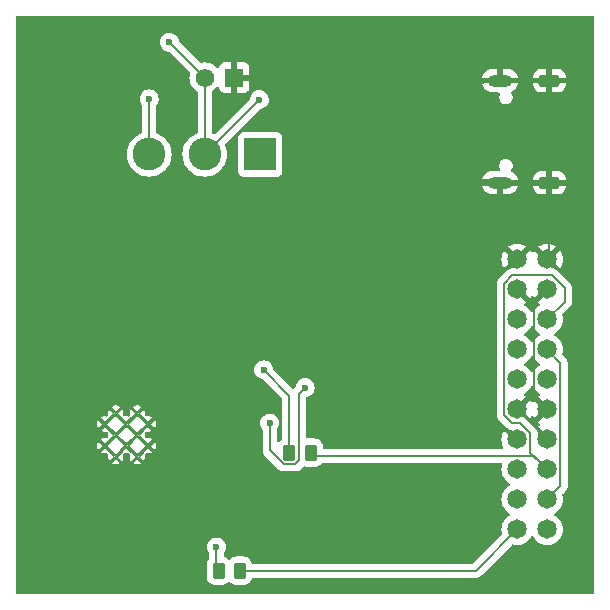
<source format=gbr>
%TF.GenerationSoftware,KiCad,Pcbnew,8.0.6-8.0.6-0~ubuntu24.04.1*%
%TF.CreationDate,2024-10-24T11:21:17+02:00*%
%TF.ProjectId,Projet1,50726f6a-6574-4312-9e6b-696361645f70,rev?*%
%TF.SameCoordinates,Original*%
%TF.FileFunction,Copper,L2,Bot*%
%TF.FilePolarity,Positive*%
%FSLAX46Y46*%
G04 Gerber Fmt 4.6, Leading zero omitted, Abs format (unit mm)*
G04 Created by KiCad (PCBNEW 8.0.6-8.0.6-0~ubuntu24.04.1) date 2024-10-24 11:21:17*
%MOMM*%
%LPD*%
G01*
G04 APERTURE LIST*
G04 Aperture macros list*
%AMRoundRect*
0 Rectangle with rounded corners*
0 $1 Rounding radius*
0 $2 $3 $4 $5 $6 $7 $8 $9 X,Y pos of 4 corners*
0 Add a 4 corners polygon primitive as box body*
4,1,4,$2,$3,$4,$5,$6,$7,$8,$9,$2,$3,0*
0 Add four circle primitives for the rounded corners*
1,1,$1+$1,$2,$3*
1,1,$1+$1,$4,$5*
1,1,$1+$1,$6,$7*
1,1,$1+$1,$8,$9*
0 Add four rect primitives between the rounded corners*
20,1,$1+$1,$2,$3,$4,$5,0*
20,1,$1+$1,$4,$5,$6,$7,0*
20,1,$1+$1,$6,$7,$8,$9,0*
20,1,$1+$1,$8,$9,$2,$3,0*%
G04 Aperture macros list end*
%TA.AperFunction,ComponentPad*%
%ADD10R,2.775000X2.775000*%
%TD*%
%TA.AperFunction,ComponentPad*%
%ADD11C,2.775000*%
%TD*%
%TA.AperFunction,ComponentPad*%
%ADD12C,0.300000*%
%TD*%
%TA.AperFunction,ComponentPad*%
%ADD13O,2.100000X1.000000*%
%TD*%
%TA.AperFunction,ComponentPad*%
%ADD14RoundRect,0.250000X0.650000X-0.250000X0.650000X0.250000X-0.650000X0.250000X-0.650000X-0.250000X0*%
%TD*%
%TA.AperFunction,ComponentPad*%
%ADD15C,1.650000*%
%TD*%
%TA.AperFunction,ComponentPad*%
%ADD16R,1.575000X1.575000*%
%TD*%
%TA.AperFunction,ComponentPad*%
%ADD17C,1.575000*%
%TD*%
%TA.AperFunction,SMDPad,CuDef*%
%ADD18RoundRect,0.250000X-0.262500X-0.450000X0.262500X-0.450000X0.262500X0.450000X-0.262500X0.450000X0*%
%TD*%
%TA.AperFunction,ViaPad*%
%ADD19C,0.600000*%
%TD*%
%TA.AperFunction,Conductor*%
%ADD20C,0.200000*%
%TD*%
G04 APERTURE END LIST*
D10*
%TO.P,S1,1*%
%TO.N,unconnected-(S1-Pad1)*%
X117200000Y-113750000D03*
D11*
%TO.P,S1,2*%
%TO.N,VCC*%
X112500000Y-113750000D03*
%TO.P,S1,3*%
%TO.N,Net-(D1-Pad1)*%
X107800000Y-113750000D03*
%TD*%
D12*
%TO.P,U3,39_10,GND*%
%TO.N,GNDPWR*%
X104045000Y-138417500D03*
%TO.P,U3,39_11,GND*%
X104045000Y-136582500D03*
%TO.P,U3,39_12,GND*%
X104962500Y-139335000D03*
%TO.P,U3,39_13,GND*%
X104962500Y-137500000D03*
%TO.P,U3,39_14,GND*%
X104962500Y-135665000D03*
%TO.P,U3,39_15,GND*%
X105880000Y-138417500D03*
%TO.P,U3,39_16,GND*%
X105880000Y-136582500D03*
%TO.P,U3,39_17,GND*%
X106797500Y-139335000D03*
%TO.P,U3,39_18,GND*%
X106797500Y-137500000D03*
%TO.P,U3,39_19,GND*%
X106797500Y-135665000D03*
%TO.P,U3,39_20,GND*%
X107715000Y-138417500D03*
%TO.P,U3,39_21,GND*%
X107715000Y-136582500D03*
%TD*%
D13*
%TO.P,J2,SH1,SHELL_GND*%
%TO.N,GNDPWR*%
X137500000Y-116140000D03*
%TO.P,J2,SH2,SHELL_GND*%
X137500000Y-107500000D03*
D14*
%TO.P,J2,SH3,SHELL_GND*%
X141680000Y-116140000D03*
%TO.P,J2,SH4,SHELL_GND*%
X141680000Y-107500000D03*
%TD*%
D15*
%TO.P,J1,1*%
%TO.N,+3.3V*%
X141500000Y-145500000D03*
%TO.P,J1,2*%
%TO.N,Net-(J1-Pad12)*%
X138960000Y-145500000D03*
%TO.P,J1,3*%
%TO.N,Net-(J1-Pad13)*%
X141500000Y-142960000D03*
%TO.P,J1,4*%
%TO.N,Net-(J1-Pad14)*%
X138960000Y-142960000D03*
%TO.P,J1,5*%
%TO.N,Net-(J1-Pad15)*%
X141500000Y-140420000D03*
%TO.P,J1,6*%
%TO.N,unconnected-(J1-Pad6)*%
X138960000Y-140420000D03*
%TO.P,J1,7*%
%TO.N,GNDPWR*%
X141500000Y-137880000D03*
%TO.P,J1,8*%
X138960000Y-137880000D03*
%TO.P,J1,9*%
X141500000Y-135340000D03*
%TO.P,J1,10*%
X138960000Y-135340000D03*
%TO.P,J1,11*%
%TO.N,+3.3V*%
X141500000Y-132800000D03*
%TO.P,J1,12*%
%TO.N,Net-(J1-Pad12)*%
X138960000Y-132800000D03*
%TO.P,J1,13*%
%TO.N,Net-(J1-Pad13)*%
X141500000Y-130260000D03*
%TO.P,J1,14*%
%TO.N,Net-(J1-Pad14)*%
X138960000Y-130260000D03*
%TO.P,J1,15*%
%TO.N,Net-(J1-Pad15)*%
X141500000Y-127720000D03*
%TO.P,J1,16*%
%TO.N,unconnected-(J1-Pad16)*%
X138960000Y-127720000D03*
%TO.P,J1,17*%
%TO.N,GNDPWR*%
X141500000Y-125180000D03*
%TO.P,J1,18*%
X138960000Y-125180000D03*
%TO.P,J1,19*%
X141500000Y-122640000D03*
%TO.P,J1,20*%
X138960000Y-122640000D03*
%TD*%
D16*
%TO.P,J3,1,1*%
%TO.N,GNDPWR*%
X115000000Y-107250000D03*
D17*
%TO.P,J3,2,2*%
%TO.N,VCC*%
X112500000Y-107250000D03*
%TD*%
D18*
%TO.P,R7,1*%
%TO.N,Net-(U3-IO15)*%
X119675000Y-139000000D03*
%TO.P,R7,2*%
%TO.N,Net-(J1-Pad15)*%
X121500000Y-139000000D03*
%TD*%
%TO.P,R4,1*%
%TO.N,Net-(U3-IO14)*%
X113675000Y-149000000D03*
%TO.P,R4,2*%
%TO.N,Net-(J1-Pad12)*%
X115500000Y-149000000D03*
%TD*%
D19*
%TO.N,Net-(U3-SDI{slash}SD1)*%
X118000000Y-136500000D03*
X121000000Y-133500000D03*
%TO.N,GNDPWR*%
X109000000Y-137500000D03*
X114000000Y-141500000D03*
X113975000Y-103225000D03*
X136000000Y-107500000D03*
X135500000Y-115950000D03*
%TO.N,VCC*%
X117125000Y-109125000D03*
X109500000Y-104250000D03*
%TO.N,Net-(D1-Pad1)*%
X107800000Y-109050000D03*
%TO.N,Net-(U3-IO14)*%
X113500000Y-147000000D03*
%TO.N,Net-(U3-IO15)*%
X117500000Y-132000000D03*
%TD*%
D20*
%TO.N,Net-(U3-SDI{slash}SD1)*%
X119177756Y-140000000D02*
X118000000Y-138822244D01*
X120172244Y-140000000D02*
X119177756Y-140000000D01*
X121000000Y-133500000D02*
X120500000Y-134000000D01*
X120500000Y-134000000D02*
X120500000Y-139672244D01*
X120500000Y-139672244D02*
X120172244Y-140000000D01*
X118000000Y-138822244D02*
X118000000Y-136500000D01*
%TO.N,Net-(J1-Pad15)*%
X140085000Y-139005000D02*
X140085000Y-137379009D01*
X143000000Y-125089009D02*
X143000000Y-126220000D01*
X121795000Y-139295000D02*
X140375000Y-139295000D01*
X143000000Y-126220000D02*
X141500000Y-127720000D01*
X137835000Y-124714009D02*
X138549009Y-124000000D01*
X121500000Y-139000000D02*
X121795000Y-139295000D01*
X137835000Y-135805991D02*
X137835000Y-124714009D01*
X138494009Y-136465000D02*
X137835000Y-135805991D01*
X141910991Y-124000000D02*
X143000000Y-125089009D01*
X138549009Y-124000000D02*
X141910991Y-124000000D01*
X140375000Y-139295000D02*
X141500000Y-140420000D01*
X139170991Y-136465000D02*
X138494009Y-136465000D01*
X140085000Y-137379009D02*
X139170991Y-136465000D01*
X141500000Y-140420000D02*
X140085000Y-139005000D01*
%TO.N,GNDPWR*%
X113000000Y-141500000D02*
X109000000Y-137500000D01*
X141680000Y-116140000D02*
X141680000Y-122460000D01*
X140375000Y-126305000D02*
X140375000Y-134215000D01*
X113975000Y-103225000D02*
X115000000Y-104250000D01*
X137714594Y-115950000D02*
X135500000Y-115950000D01*
X114000000Y-141500000D02*
X113000000Y-141500000D01*
X141680000Y-107500000D02*
X141680000Y-116140000D01*
X141500000Y-125180000D02*
X140375000Y-126305000D01*
X140375000Y-134215000D02*
X141500000Y-135340000D01*
X137500000Y-107500000D02*
X141680000Y-107500000D01*
X115000000Y-104250000D02*
X115000000Y-107250000D01*
X137500000Y-107500000D02*
X136000000Y-107500000D01*
X141680000Y-116140000D02*
X137500000Y-116140000D01*
%TO.N,Net-(J1-Pad12)*%
X135460000Y-149000000D02*
X115500000Y-149000000D01*
X138960000Y-145500000D02*
X135460000Y-149000000D01*
%TO.N,Net-(J1-Pad13)*%
X142625000Y-131385000D02*
X141500000Y-130260000D01*
X142625000Y-141835000D02*
X142625000Y-131385000D01*
X141500000Y-142960000D02*
X142625000Y-141835000D01*
%TO.N,VCC*%
X112500000Y-107250000D02*
X112500000Y-113750000D01*
X112500000Y-107250000D02*
X109500000Y-104250000D01*
X112500000Y-113750000D02*
X117125000Y-109125000D01*
X117125000Y-109125000D02*
X117250000Y-109000000D01*
%TO.N,Net-(D1-Pad1)*%
X107800000Y-109050000D02*
X107800000Y-113750000D01*
%TO.N,Net-(U3-IO14)*%
X113500000Y-147000000D02*
X113500000Y-149000000D01*
%TO.N,Net-(U3-IO15)*%
X119675000Y-139000000D02*
X119675000Y-134175000D01*
X119675000Y-134175000D02*
X117500000Y-132000000D01*
%TD*%
%TA.AperFunction,Conductor*%
%TO.N,GNDPWR*%
G36*
X140987482Y-135552292D02*
G01*
X141059890Y-135677708D01*
X141162292Y-135780110D01*
X141287708Y-135852518D01*
X141329763Y-135863787D01*
X140756576Y-136436975D01*
X140834967Y-136491865D01*
X140847302Y-136497617D01*
X140899742Y-136543789D01*
X140918894Y-136610983D01*
X140898679Y-136677864D01*
X140847304Y-136722381D01*
X140834970Y-136728132D01*
X140834969Y-136728133D01*
X140756576Y-136783022D01*
X141329766Y-137356212D01*
X141287708Y-137367482D01*
X141162292Y-137439890D01*
X141059890Y-137542292D01*
X140987482Y-137667708D01*
X140976212Y-137709765D01*
X140721820Y-137455373D01*
X140688335Y-137394050D01*
X140685501Y-137367692D01*
X140685501Y-137299954D01*
X140685501Y-137299952D01*
X140644577Y-137147224D01*
X140582257Y-137039283D01*
X140573766Y-137024576D01*
X140565522Y-137010296D01*
X140565521Y-137010295D01*
X140565520Y-137010293D01*
X140453716Y-136898489D01*
X140453715Y-136898488D01*
X140449385Y-136894158D01*
X140449374Y-136894148D01*
X139658581Y-136103355D01*
X139658579Y-136103352D01*
X139539708Y-135984481D01*
X139539707Y-135984480D01*
X139452895Y-135934360D01*
X139452895Y-135934359D01*
X139452891Y-135934358D01*
X139402776Y-135905423D01*
X139250048Y-135864499D01*
X139182308Y-135864499D01*
X139156194Y-135856831D01*
X139172292Y-135852518D01*
X139297708Y-135780110D01*
X139400110Y-135677708D01*
X139472518Y-135552292D01*
X139483787Y-135510234D01*
X140056975Y-136083422D01*
X140056976Y-136083422D01*
X140111865Y-136005034D01*
X140111865Y-136005033D01*
X140117616Y-135992701D01*
X140163787Y-135940260D01*
X140230980Y-135921106D01*
X140297862Y-135941320D01*
X140342383Y-135992698D01*
X140348134Y-136005032D01*
X140403023Y-136083422D01*
X140976212Y-135510233D01*
X140987482Y-135552292D01*
G37*
%TD.AperFunction*%
%TA.AperFunction,Conductor*%
G36*
X140297865Y-133402504D02*
G01*
X140342381Y-133453878D01*
X140347699Y-133465282D01*
X140480730Y-133655269D01*
X140644731Y-133819270D01*
X140834718Y-133952301D01*
X140846710Y-133957893D01*
X140899149Y-134004062D01*
X140918303Y-134071255D01*
X140898089Y-134138137D01*
X140846717Y-134182655D01*
X140834966Y-134188134D01*
X140756576Y-134243022D01*
X140756576Y-134243023D01*
X141329765Y-134816212D01*
X141287708Y-134827482D01*
X141162292Y-134899890D01*
X141059890Y-135002292D01*
X140987482Y-135127708D01*
X140976212Y-135169765D01*
X140403023Y-134596576D01*
X140403022Y-134596576D01*
X140348133Y-134674969D01*
X140348132Y-134674970D01*
X140342381Y-134687304D01*
X140296208Y-134739743D01*
X140229014Y-134758894D01*
X140162133Y-134738677D01*
X140117619Y-134687304D01*
X140111870Y-134674976D01*
X140111866Y-134674969D01*
X140056975Y-134596577D01*
X140056975Y-134596576D01*
X139483787Y-135169764D01*
X139472518Y-135127708D01*
X139400110Y-135002292D01*
X139297708Y-134899890D01*
X139172292Y-134827482D01*
X139130234Y-134816212D01*
X139703422Y-134243023D01*
X139625029Y-134188132D01*
X139613286Y-134182656D01*
X139560848Y-134136482D01*
X139541697Y-134069289D01*
X139561914Y-134002408D01*
X139613289Y-133957893D01*
X139625282Y-133952301D01*
X139815269Y-133819270D01*
X139979270Y-133655269D01*
X140112301Y-133465282D01*
X140117618Y-133453878D01*
X140163790Y-133401440D01*
X140230984Y-133382288D01*
X140297865Y-133402504D01*
G37*
%TD.AperFunction*%
%TA.AperFunction,Conductor*%
G36*
X140297865Y-130862504D02*
G01*
X140342381Y-130913878D01*
X140347699Y-130925282D01*
X140480730Y-131115269D01*
X140644731Y-131279270D01*
X140834718Y-131412301D01*
X140846121Y-131417618D01*
X140898560Y-131463790D01*
X140917712Y-131530984D01*
X140897496Y-131597865D01*
X140846123Y-131642381D01*
X140834720Y-131647698D01*
X140834714Y-131647701D01*
X140644735Y-131780726D01*
X140644729Y-131780731D01*
X140480731Y-131944729D01*
X140480726Y-131944735D01*
X140347701Y-132134714D01*
X140347698Y-132134720D01*
X140342381Y-132146123D01*
X140296207Y-132198562D01*
X140229013Y-132217712D01*
X140162133Y-132197495D01*
X140117619Y-132146123D01*
X140112301Y-132134720D01*
X140112298Y-132134714D01*
X139979273Y-131944735D01*
X139979268Y-131944729D01*
X139815269Y-131780730D01*
X139815263Y-131780726D01*
X139625282Y-131647699D01*
X139613878Y-131642381D01*
X139561440Y-131596210D01*
X139542288Y-131529016D01*
X139562504Y-131462135D01*
X139613878Y-131417618D01*
X139625282Y-131412301D01*
X139815269Y-131279270D01*
X139979270Y-131115269D01*
X140112301Y-130925282D01*
X140117618Y-130913878D01*
X140163790Y-130861440D01*
X140230984Y-130842288D01*
X140297865Y-130862504D01*
G37*
%TD.AperFunction*%
%TA.AperFunction,Conductor*%
G36*
X140297865Y-128322504D02*
G01*
X140342381Y-128373878D01*
X140347699Y-128385282D01*
X140480730Y-128575269D01*
X140644731Y-128739270D01*
X140834718Y-128872301D01*
X140846121Y-128877618D01*
X140898560Y-128923790D01*
X140917712Y-128990984D01*
X140897496Y-129057865D01*
X140846123Y-129102381D01*
X140834720Y-129107698D01*
X140834714Y-129107701D01*
X140644735Y-129240726D01*
X140644729Y-129240731D01*
X140480731Y-129404729D01*
X140480726Y-129404735D01*
X140347701Y-129594714D01*
X140347698Y-129594720D01*
X140342381Y-129606123D01*
X140296207Y-129658562D01*
X140229013Y-129677712D01*
X140162133Y-129657495D01*
X140117619Y-129606123D01*
X140112301Y-129594720D01*
X140112298Y-129594714D01*
X139979273Y-129404735D01*
X139979268Y-129404729D01*
X139815269Y-129240730D01*
X139815263Y-129240726D01*
X139625282Y-129107699D01*
X139613878Y-129102381D01*
X139561440Y-129056210D01*
X139542288Y-128989016D01*
X139562504Y-128922135D01*
X139613878Y-128877618D01*
X139625282Y-128872301D01*
X139815269Y-128739270D01*
X139979270Y-128575269D01*
X140112301Y-128385282D01*
X140117618Y-128373878D01*
X140163790Y-128321440D01*
X140230984Y-128302288D01*
X140297865Y-128322504D01*
G37*
%TD.AperFunction*%
%TA.AperFunction,Conductor*%
G36*
X140987482Y-125392292D02*
G01*
X141059890Y-125517708D01*
X141162292Y-125620110D01*
X141287708Y-125692518D01*
X141329763Y-125703787D01*
X140756576Y-126276975D01*
X140834966Y-126331864D01*
X140846709Y-126337340D01*
X140899149Y-126383511D01*
X140918303Y-126450704D01*
X140898089Y-126517586D01*
X140846716Y-126562104D01*
X140834722Y-126567697D01*
X140834714Y-126567701D01*
X140644735Y-126700726D01*
X140644729Y-126700731D01*
X140480731Y-126864729D01*
X140480726Y-126864735D01*
X140347701Y-127054714D01*
X140347698Y-127054720D01*
X140342381Y-127066123D01*
X140296207Y-127118562D01*
X140229013Y-127137712D01*
X140162133Y-127117495D01*
X140117619Y-127066123D01*
X140112301Y-127054720D01*
X140112298Y-127054714D01*
X139979273Y-126864735D01*
X139979268Y-126864729D01*
X139815269Y-126700730D01*
X139814969Y-126700520D01*
X139625282Y-126567699D01*
X139613286Y-126562105D01*
X139560848Y-126515932D01*
X139541697Y-126448738D01*
X139561914Y-126381857D01*
X139613294Y-126337339D01*
X139625034Y-126331864D01*
X139703422Y-126276976D01*
X139130233Y-125703787D01*
X139172292Y-125692518D01*
X139297708Y-125620110D01*
X139400110Y-125517708D01*
X139472518Y-125392292D01*
X139483787Y-125350233D01*
X140056976Y-125923422D01*
X140111865Y-125845034D01*
X140111865Y-125845033D01*
X140117616Y-125832701D01*
X140163787Y-125780260D01*
X140230980Y-125761106D01*
X140297862Y-125781320D01*
X140342383Y-125832698D01*
X140348134Y-125845032D01*
X140403023Y-125923422D01*
X140976212Y-125350232D01*
X140987482Y-125392292D01*
G37*
%TD.AperFunction*%
%TA.AperFunction,Conductor*%
G36*
X145442539Y-102020185D02*
G01*
X145488294Y-102072989D01*
X145499500Y-102124500D01*
X145499500Y-150875500D01*
X145479815Y-150942539D01*
X145427011Y-150988294D01*
X145375500Y-150999500D01*
X96624500Y-150999500D01*
X96557461Y-150979815D01*
X96511706Y-150927011D01*
X96500500Y-150875500D01*
X96500500Y-148499983D01*
X112662000Y-148499983D01*
X112662000Y-149500001D01*
X112662001Y-149500019D01*
X112672500Y-149602796D01*
X112672501Y-149602799D01*
X112727685Y-149769331D01*
X112727686Y-149769334D01*
X112819788Y-149918656D01*
X112943844Y-150042712D01*
X113093166Y-150134814D01*
X113259703Y-150189999D01*
X113362491Y-150200500D01*
X113987508Y-150200499D01*
X113987516Y-150200498D01*
X113987519Y-150200498D01*
X114043802Y-150194748D01*
X114090297Y-150189999D01*
X114256834Y-150134814D01*
X114406156Y-150042712D01*
X114499819Y-149949049D01*
X114561142Y-149915564D01*
X114630834Y-149920548D01*
X114675181Y-149949049D01*
X114768844Y-150042712D01*
X114918166Y-150134814D01*
X115084703Y-150189999D01*
X115187491Y-150200500D01*
X115812508Y-150200499D01*
X115812516Y-150200498D01*
X115812519Y-150200498D01*
X115868802Y-150194748D01*
X115915297Y-150189999D01*
X116081834Y-150134814D01*
X116231156Y-150042712D01*
X116355212Y-149918656D01*
X116447314Y-149769334D01*
X116475095Y-149685495D01*
X116514868Y-149628051D01*
X116579384Y-149601228D01*
X116592801Y-149600500D01*
X135373331Y-149600500D01*
X135373347Y-149600501D01*
X135380943Y-149600501D01*
X135539054Y-149600501D01*
X135539057Y-149600501D01*
X135691785Y-149559577D01*
X135741904Y-149530639D01*
X135828716Y-149480520D01*
X135940520Y-149368716D01*
X135940520Y-149368714D01*
X135950728Y-149358507D01*
X135950730Y-149358504D01*
X138496882Y-146812351D01*
X138558203Y-146778868D01*
X138616654Y-146780258D01*
X138728950Y-146810349D01*
X138893985Y-146824787D01*
X138959998Y-146830563D01*
X138960000Y-146830563D01*
X138960002Y-146830563D01*
X139017762Y-146825509D01*
X139191050Y-146810349D01*
X139415079Y-146750320D01*
X139625282Y-146652301D01*
X139815269Y-146519270D01*
X139979270Y-146355269D01*
X140112301Y-146165282D01*
X140117618Y-146153878D01*
X140163790Y-146101440D01*
X140230984Y-146082288D01*
X140297865Y-146102504D01*
X140342381Y-146153878D01*
X140347699Y-146165282D01*
X140480730Y-146355269D01*
X140644731Y-146519270D01*
X140834718Y-146652301D01*
X141044921Y-146750320D01*
X141268950Y-146810349D01*
X141433985Y-146824787D01*
X141499998Y-146830563D01*
X141500000Y-146830563D01*
X141500002Y-146830563D01*
X141557762Y-146825509D01*
X141731050Y-146810349D01*
X141955079Y-146750320D01*
X142165282Y-146652301D01*
X142355269Y-146519270D01*
X142519270Y-146355269D01*
X142652301Y-146165282D01*
X142750320Y-145955079D01*
X142810349Y-145731050D01*
X142830563Y-145500000D01*
X142810349Y-145268950D01*
X142750320Y-145044921D01*
X142652301Y-144834719D01*
X142652299Y-144834716D01*
X142652298Y-144834714D01*
X142519273Y-144644735D01*
X142519268Y-144644729D01*
X142355269Y-144480730D01*
X142355263Y-144480726D01*
X142165282Y-144347699D01*
X142153878Y-144342381D01*
X142101440Y-144296210D01*
X142082288Y-144229016D01*
X142102504Y-144162135D01*
X142153878Y-144117618D01*
X142165282Y-144112301D01*
X142355269Y-143979270D01*
X142519270Y-143815269D01*
X142652301Y-143625282D01*
X142750320Y-143415079D01*
X142810349Y-143191050D01*
X142830563Y-142960000D01*
X142810349Y-142728950D01*
X142780259Y-142616654D01*
X142781922Y-142546805D01*
X142812351Y-142496882D01*
X142993713Y-142315521D01*
X142993716Y-142315520D01*
X143105520Y-142203716D01*
X143155639Y-142116904D01*
X143184577Y-142066785D01*
X143225500Y-141914058D01*
X143225500Y-141755943D01*
X143225500Y-131305943D01*
X143216998Y-131274211D01*
X143184577Y-131153215D01*
X143139983Y-131075977D01*
X143105520Y-131016284D01*
X142993716Y-130904480D01*
X142993715Y-130904479D01*
X142989385Y-130900149D01*
X142989374Y-130900139D01*
X142812353Y-130723118D01*
X142778868Y-130661795D01*
X142780258Y-130603345D01*
X142810349Y-130491050D01*
X142830563Y-130260000D01*
X142810349Y-130028950D01*
X142750320Y-129804921D01*
X142652301Y-129594719D01*
X142652299Y-129594716D01*
X142652298Y-129594714D01*
X142519273Y-129404735D01*
X142519268Y-129404729D01*
X142355269Y-129240730D01*
X142355263Y-129240726D01*
X142165282Y-129107699D01*
X142153878Y-129102381D01*
X142101440Y-129056210D01*
X142082288Y-128989016D01*
X142102504Y-128922135D01*
X142153878Y-128877618D01*
X142165282Y-128872301D01*
X142355269Y-128739270D01*
X142519270Y-128575269D01*
X142652301Y-128385282D01*
X142750320Y-128175079D01*
X142810349Y-127951050D01*
X142830563Y-127720000D01*
X142810349Y-127488950D01*
X142780259Y-127376654D01*
X142781922Y-127306805D01*
X142812351Y-127256882D01*
X143358506Y-126710728D01*
X143358511Y-126710724D01*
X143368714Y-126700520D01*
X143368716Y-126700520D01*
X143480520Y-126588716D01*
X143559577Y-126451784D01*
X143600500Y-126299057D01*
X143600500Y-125009952D01*
X143559577Y-124857225D01*
X143559577Y-124857224D01*
X143522535Y-124793066D01*
X143480520Y-124720293D01*
X143368716Y-124608489D01*
X143368715Y-124608488D01*
X143364385Y-124604158D01*
X143364374Y-124604148D01*
X142398581Y-123638355D01*
X142398579Y-123638352D01*
X142279708Y-123519481D01*
X142279707Y-123519480D01*
X142192895Y-123469360D01*
X142192895Y-123469359D01*
X142192891Y-123469358D01*
X142142776Y-123440423D01*
X141990048Y-123399499D01*
X141957307Y-123399499D01*
X141890268Y-123379814D01*
X141869626Y-123363180D01*
X141670234Y-123163787D01*
X141712292Y-123152518D01*
X141837708Y-123080110D01*
X141940110Y-122977708D01*
X142012518Y-122852292D01*
X142023787Y-122810234D01*
X142596975Y-123383422D01*
X142596976Y-123383422D01*
X142651865Y-123305034D01*
X142651867Y-123305030D01*
X142749847Y-123094909D01*
X142749851Y-123094900D01*
X142809852Y-122870968D01*
X142809854Y-122870958D01*
X142830061Y-122640000D01*
X142830061Y-122639999D01*
X142809854Y-122409041D01*
X142809852Y-122409031D01*
X142749851Y-122185099D01*
X142749847Y-122185090D01*
X142651867Y-121974971D01*
X142651866Y-121974969D01*
X142596975Y-121896577D01*
X142596975Y-121896576D01*
X142023787Y-122469764D01*
X142012518Y-122427708D01*
X141940110Y-122302292D01*
X141837708Y-122199890D01*
X141712292Y-122127482D01*
X141670234Y-122116212D01*
X142243422Y-121543023D01*
X142165030Y-121488133D01*
X141954909Y-121390152D01*
X141954900Y-121390148D01*
X141730968Y-121330147D01*
X141730958Y-121330145D01*
X141500001Y-121309939D01*
X141499999Y-121309939D01*
X141269041Y-121330145D01*
X141269031Y-121330147D01*
X141045099Y-121390148D01*
X141045090Y-121390152D01*
X140834967Y-121488134D01*
X140756576Y-121543022D01*
X141329766Y-122116212D01*
X141287708Y-122127482D01*
X141162292Y-122199890D01*
X141059890Y-122302292D01*
X140987482Y-122427708D01*
X140976212Y-122469765D01*
X140403022Y-121896576D01*
X140348133Y-121974969D01*
X140348132Y-121974970D01*
X140342381Y-121987304D01*
X140296208Y-122039743D01*
X140229014Y-122058894D01*
X140162133Y-122038677D01*
X140117619Y-121987304D01*
X140111870Y-121974976D01*
X140111866Y-121974969D01*
X140056975Y-121896577D01*
X140056975Y-121896576D01*
X139483787Y-122469764D01*
X139472518Y-122427708D01*
X139400110Y-122302292D01*
X139297708Y-122199890D01*
X139172292Y-122127482D01*
X139130234Y-122116212D01*
X139703422Y-121543023D01*
X139625030Y-121488133D01*
X139414909Y-121390152D01*
X139414900Y-121390148D01*
X139190968Y-121330147D01*
X139190958Y-121330145D01*
X138960001Y-121309939D01*
X138959999Y-121309939D01*
X138729041Y-121330145D01*
X138729031Y-121330147D01*
X138505099Y-121390148D01*
X138505090Y-121390152D01*
X138294967Y-121488134D01*
X138216576Y-121543022D01*
X138789766Y-122116212D01*
X138747708Y-122127482D01*
X138622292Y-122199890D01*
X138519890Y-122302292D01*
X138447482Y-122427708D01*
X138436212Y-122469765D01*
X137863023Y-121896576D01*
X137863022Y-121896576D01*
X137808134Y-121974967D01*
X137710152Y-122185090D01*
X137710148Y-122185099D01*
X137650147Y-122409031D01*
X137650145Y-122409041D01*
X137629939Y-122639999D01*
X137629939Y-122640000D01*
X137650145Y-122870958D01*
X137650147Y-122870968D01*
X137710148Y-123094900D01*
X137710152Y-123094909D01*
X137808133Y-123305030D01*
X137863023Y-123383422D01*
X138436212Y-122810233D01*
X138447482Y-122852292D01*
X138519890Y-122977708D01*
X138622292Y-123080110D01*
X138747708Y-123152518D01*
X138789765Y-123163787D01*
X138590373Y-123363181D01*
X138529050Y-123396666D01*
X138502692Y-123399500D01*
X138469951Y-123399500D01*
X138317224Y-123440423D01*
X138317223Y-123440423D01*
X138317221Y-123440424D01*
X138317218Y-123440425D01*
X138267105Y-123469359D01*
X138267104Y-123469360D01*
X138223698Y-123494420D01*
X138180294Y-123519479D01*
X138180291Y-123519481D01*
X137354481Y-124345291D01*
X137354479Y-124345294D01*
X137304361Y-124432103D01*
X137304359Y-124432105D01*
X137275425Y-124482218D01*
X137275424Y-124482219D01*
X137275423Y-124482224D01*
X137234499Y-124634952D01*
X137234499Y-124634954D01*
X137234499Y-124803055D01*
X137234500Y-124803068D01*
X137234500Y-135719321D01*
X137234499Y-135719339D01*
X137234499Y-135885045D01*
X137234498Y-135885045D01*
X137244161Y-135921106D01*
X137275423Y-136037776D01*
X137301777Y-136083422D01*
X137304358Y-136087891D01*
X137304359Y-136087895D01*
X137304360Y-136087895D01*
X137340490Y-136150476D01*
X137354479Y-136174705D01*
X137354481Y-136174708D01*
X137473349Y-136293576D01*
X137473355Y-136293581D01*
X138009148Y-136829374D01*
X138009158Y-136829385D01*
X138013488Y-136833715D01*
X138013489Y-136833716D01*
X138125293Y-136945520D01*
X138125295Y-136945521D01*
X138125299Y-136945524D01*
X138237489Y-137010296D01*
X138262225Y-137024577D01*
X138374028Y-137054534D01*
X138414951Y-137065500D01*
X138414952Y-137065500D01*
X138447692Y-137065500D01*
X138514731Y-137085185D01*
X138535373Y-137101819D01*
X138789766Y-137356212D01*
X138747708Y-137367482D01*
X138622292Y-137439890D01*
X138519890Y-137542292D01*
X138447482Y-137667708D01*
X138436212Y-137709766D01*
X137863022Y-137136576D01*
X137808134Y-137214967D01*
X137710152Y-137425090D01*
X137710148Y-137425099D01*
X137650147Y-137649031D01*
X137650145Y-137649041D01*
X137629939Y-137879999D01*
X137629939Y-137880000D01*
X137650145Y-138110958D01*
X137650147Y-138110968D01*
X137710148Y-138334900D01*
X137710152Y-138334909D01*
X137795573Y-138518095D01*
X137806065Y-138587173D01*
X137777545Y-138650957D01*
X137719069Y-138689196D01*
X137683191Y-138694500D01*
X122636999Y-138694500D01*
X122569960Y-138674815D01*
X122524205Y-138622011D01*
X122512999Y-138570500D01*
X122512999Y-138499998D01*
X122512998Y-138499981D01*
X122502499Y-138397203D01*
X122502498Y-138397200D01*
X122481854Y-138334900D01*
X122447314Y-138230666D01*
X122355212Y-138081344D01*
X122231156Y-137957288D01*
X122110448Y-137882835D01*
X122081836Y-137865187D01*
X122081831Y-137865185D01*
X122075439Y-137863067D01*
X121915297Y-137810001D01*
X121915295Y-137810000D01*
X121812516Y-137799500D01*
X121224500Y-137799500D01*
X121157461Y-137779815D01*
X121111706Y-137727011D01*
X121100500Y-137675500D01*
X121100500Y-134400908D01*
X121120185Y-134333869D01*
X121172989Y-134288114D01*
X121183536Y-134283869D01*
X121349522Y-134225789D01*
X121502262Y-134129816D01*
X121629816Y-134002262D01*
X121725789Y-133849522D01*
X121785368Y-133679255D01*
X121795246Y-133591584D01*
X121805565Y-133500003D01*
X121805565Y-133499996D01*
X121785369Y-133320750D01*
X121785368Y-133320745D01*
X121725788Y-133150476D01*
X121629815Y-132997737D01*
X121502262Y-132870184D01*
X121349523Y-132774211D01*
X121179254Y-132714631D01*
X121179249Y-132714630D01*
X121000004Y-132694435D01*
X120999996Y-132694435D01*
X120820750Y-132714630D01*
X120820745Y-132714631D01*
X120650476Y-132774211D01*
X120497737Y-132870184D01*
X120370184Y-132997737D01*
X120274210Y-133150478D01*
X120214630Y-133320750D01*
X120204837Y-133407666D01*
X120177770Y-133472080D01*
X120169299Y-133481462D01*
X120124218Y-133526544D01*
X120124211Y-133526551D01*
X120087681Y-133563082D01*
X120026359Y-133596568D01*
X119956667Y-133591584D01*
X119912318Y-133563083D01*
X118330700Y-131981465D01*
X118297215Y-131920142D01*
X118295163Y-131907686D01*
X118285368Y-131820745D01*
X118225789Y-131650478D01*
X118129816Y-131497738D01*
X118002262Y-131370184D01*
X117849523Y-131274211D01*
X117679254Y-131214631D01*
X117679249Y-131214630D01*
X117500004Y-131194435D01*
X117499996Y-131194435D01*
X117320750Y-131214630D01*
X117320745Y-131214631D01*
X117150476Y-131274211D01*
X116997737Y-131370184D01*
X116870184Y-131497737D01*
X116774211Y-131650476D01*
X116714631Y-131820745D01*
X116714630Y-131820750D01*
X116694435Y-131999996D01*
X116694435Y-132000003D01*
X116714630Y-132179249D01*
X116714631Y-132179254D01*
X116774211Y-132349523D01*
X116817469Y-132418367D01*
X116870184Y-132502262D01*
X116997738Y-132629816D01*
X117150478Y-132725789D01*
X117320745Y-132785368D01*
X117407669Y-132795161D01*
X117472080Y-132822226D01*
X117481465Y-132830700D01*
X119038181Y-134387416D01*
X119071666Y-134448739D01*
X119074500Y-134475097D01*
X119074500Y-137807491D01*
X119054815Y-137874530D01*
X119015598Y-137913029D01*
X118943844Y-137957287D01*
X118943843Y-137957288D01*
X118814681Y-138086451D01*
X118813165Y-138084935D01*
X118764733Y-138119223D01*
X118694933Y-138122354D01*
X118634521Y-138087253D01*
X118602676Y-138025062D01*
X118600500Y-138001931D01*
X118600500Y-137082412D01*
X118620185Y-137015373D01*
X118627555Y-137005097D01*
X118629810Y-137002267D01*
X118629816Y-137002262D01*
X118725789Y-136849522D01*
X118785368Y-136679255D01*
X118786718Y-136667276D01*
X118805565Y-136500003D01*
X118805565Y-136499996D01*
X118785369Y-136320750D01*
X118785368Y-136320745D01*
X118765433Y-136263773D01*
X118725789Y-136150478D01*
X118629816Y-135997738D01*
X118502262Y-135870184D01*
X118448338Y-135836301D01*
X118349523Y-135774211D01*
X118179254Y-135714631D01*
X118179249Y-135714630D01*
X118000004Y-135694435D01*
X117999996Y-135694435D01*
X117820750Y-135714630D01*
X117820745Y-135714631D01*
X117650476Y-135774211D01*
X117497737Y-135870184D01*
X117370184Y-135997737D01*
X117274211Y-136150476D01*
X117214631Y-136320745D01*
X117214630Y-136320750D01*
X117194435Y-136499996D01*
X117194435Y-136500003D01*
X117214630Y-136679249D01*
X117214631Y-136679254D01*
X117274211Y-136849523D01*
X117370185Y-137002263D01*
X117372445Y-137005097D01*
X117373334Y-137007275D01*
X117373889Y-137008158D01*
X117373734Y-137008255D01*
X117398855Y-137069783D01*
X117399500Y-137082412D01*
X117399500Y-138735574D01*
X117399499Y-138735592D01*
X117399499Y-138901298D01*
X117399498Y-138901298D01*
X117399499Y-138901301D01*
X117433910Y-139029724D01*
X117440424Y-139054031D01*
X117454872Y-139079055D01*
X117454873Y-139079057D01*
X117519477Y-139190956D01*
X117519481Y-139190961D01*
X117638349Y-139309829D01*
X117638354Y-139309833D01*
X118809040Y-140480520D01*
X118809042Y-140480521D01*
X118809046Y-140480524D01*
X118945965Y-140559573D01*
X118945972Y-140559577D01*
X119098699Y-140600501D01*
X119098701Y-140600501D01*
X119264410Y-140600501D01*
X119264426Y-140600500D01*
X120085575Y-140600500D01*
X120085591Y-140600501D01*
X120093187Y-140600501D01*
X120251298Y-140600501D01*
X120251301Y-140600501D01*
X120404029Y-140559577D01*
X120466576Y-140523465D01*
X120540960Y-140480520D01*
X120652764Y-140368716D01*
X120652764Y-140368714D01*
X120662968Y-140358511D01*
X120662972Y-140358506D01*
X120840423Y-140181054D01*
X120901744Y-140147571D01*
X120967105Y-140151030D01*
X121084703Y-140189999D01*
X121187491Y-140200500D01*
X121812508Y-140200499D01*
X121812516Y-140200498D01*
X121812519Y-140200498D01*
X121868802Y-140194748D01*
X121915297Y-140189999D01*
X122081834Y-140134814D01*
X122231156Y-140042712D01*
X122342050Y-139931818D01*
X122403373Y-139898334D01*
X122429731Y-139895500D01*
X137566681Y-139895500D01*
X137633720Y-139915185D01*
X137679475Y-139967989D01*
X137689419Y-140037147D01*
X137686456Y-140051594D01*
X137649651Y-140188948D01*
X137649650Y-140188955D01*
X137629437Y-140419998D01*
X137629437Y-140420001D01*
X137649650Y-140651044D01*
X137649651Y-140651051D01*
X137709678Y-140875074D01*
X137709679Y-140875076D01*
X137709680Y-140875079D01*
X137807699Y-141085282D01*
X137940730Y-141275269D01*
X138104731Y-141439270D01*
X138294718Y-141572301D01*
X138306121Y-141577618D01*
X138358560Y-141623790D01*
X138377712Y-141690984D01*
X138357496Y-141757865D01*
X138306123Y-141802381D01*
X138294720Y-141807698D01*
X138294714Y-141807701D01*
X138104735Y-141940726D01*
X138104729Y-141940731D01*
X137940731Y-142104729D01*
X137940726Y-142104735D01*
X137807701Y-142294714D01*
X137807699Y-142294718D01*
X137709681Y-142504917D01*
X137649651Y-142728948D01*
X137649650Y-142728955D01*
X137629437Y-142959998D01*
X137629437Y-142960001D01*
X137649650Y-143191044D01*
X137649651Y-143191051D01*
X137709678Y-143415074D01*
X137709679Y-143415076D01*
X137709680Y-143415079D01*
X137807699Y-143625282D01*
X137940730Y-143815269D01*
X138104731Y-143979270D01*
X138294718Y-144112301D01*
X138306121Y-144117618D01*
X138358560Y-144163790D01*
X138377712Y-144230984D01*
X138357496Y-144297865D01*
X138306123Y-144342381D01*
X138294720Y-144347698D01*
X138294714Y-144347701D01*
X138104735Y-144480726D01*
X138104729Y-144480731D01*
X137940731Y-144644729D01*
X137940726Y-144644735D01*
X137807701Y-144834714D01*
X137807699Y-144834718D01*
X137709681Y-145044917D01*
X137649651Y-145268948D01*
X137649650Y-145268955D01*
X137629437Y-145499998D01*
X137629437Y-145500001D01*
X137649650Y-145731044D01*
X137649653Y-145731058D01*
X137679739Y-145843345D01*
X137678076Y-145913194D01*
X137647645Y-145963118D01*
X135247584Y-148363181D01*
X135186261Y-148396666D01*
X135159903Y-148399500D01*
X116592801Y-148399500D01*
X116525762Y-148379815D01*
X116480007Y-148327011D01*
X116475095Y-148314504D01*
X116447314Y-148230666D01*
X116355212Y-148081344D01*
X116231156Y-147957288D01*
X116081834Y-147865186D01*
X115915297Y-147810001D01*
X115915295Y-147810000D01*
X115812510Y-147799500D01*
X115187498Y-147799500D01*
X115187480Y-147799501D01*
X115084703Y-147810000D01*
X115084700Y-147810001D01*
X114918168Y-147865185D01*
X114918163Y-147865187D01*
X114768842Y-147957289D01*
X114675181Y-148050951D01*
X114613858Y-148084436D01*
X114544166Y-148079452D01*
X114499819Y-148050951D01*
X114406157Y-147957289D01*
X114406156Y-147957288D01*
X114256834Y-147865186D01*
X114256832Y-147865185D01*
X114256830Y-147865184D01*
X114256829Y-147865183D01*
X114185495Y-147841545D01*
X114128050Y-147801772D01*
X114101228Y-147737256D01*
X114100500Y-147723840D01*
X114100500Y-147582412D01*
X114120185Y-147515373D01*
X114127555Y-147505097D01*
X114129810Y-147502267D01*
X114129816Y-147502262D01*
X114225789Y-147349522D01*
X114285368Y-147179255D01*
X114305565Y-147000000D01*
X114286474Y-146830563D01*
X114285369Y-146820750D01*
X114285368Y-146820745D01*
X114225789Y-146650478D01*
X114129816Y-146497738D01*
X114002262Y-146370184D01*
X113978525Y-146355269D01*
X113849523Y-146274211D01*
X113679254Y-146214631D01*
X113679249Y-146214630D01*
X113500004Y-146194435D01*
X113499996Y-146194435D01*
X113320750Y-146214630D01*
X113320745Y-146214631D01*
X113150476Y-146274211D01*
X112997737Y-146370184D01*
X112870184Y-146497737D01*
X112774211Y-146650476D01*
X112714631Y-146820745D01*
X112714630Y-146820750D01*
X112694435Y-146999996D01*
X112694435Y-147000003D01*
X112714630Y-147179249D01*
X112714631Y-147179254D01*
X112774211Y-147349523D01*
X112870185Y-147502263D01*
X112872445Y-147505097D01*
X112873334Y-147507275D01*
X112873889Y-147508158D01*
X112873734Y-147508255D01*
X112898855Y-147569783D01*
X112899500Y-147582412D01*
X112899500Y-147950270D01*
X112879815Y-148017309D01*
X112863181Y-148037951D01*
X112819789Y-148081342D01*
X112727687Y-148230663D01*
X112727686Y-148230666D01*
X112672501Y-148397203D01*
X112672501Y-148397204D01*
X112672500Y-148397204D01*
X112662000Y-148499983D01*
X96500500Y-148499983D01*
X96500500Y-139889430D01*
X104620199Y-139889430D01*
X104620199Y-139889431D01*
X104730312Y-139947223D01*
X104883575Y-139985000D01*
X105041425Y-139985000D01*
X105194685Y-139947224D01*
X105304799Y-139889430D01*
X106455199Y-139889430D01*
X106455199Y-139889431D01*
X106565312Y-139947223D01*
X106718575Y-139985000D01*
X106876425Y-139985000D01*
X107029685Y-139947224D01*
X107139799Y-139889430D01*
X106797501Y-139547132D01*
X106797500Y-139547132D01*
X106455199Y-139889430D01*
X105304799Y-139889430D01*
X104962501Y-139547132D01*
X104962500Y-139547132D01*
X104620199Y-139889430D01*
X96500500Y-139889430D01*
X96500500Y-138971930D01*
X103702699Y-138971930D01*
X103702699Y-138971931D01*
X103812812Y-139029723D01*
X103966075Y-139067500D01*
X104123926Y-139067500D01*
X104123928Y-139067499D01*
X104172453Y-139055539D01*
X104242255Y-139058607D01*
X104299318Y-139098926D01*
X104325523Y-139163695D01*
X104325225Y-139190881D01*
X104307726Y-139334999D01*
X104326753Y-139491699D01*
X104382722Y-139639283D01*
X104382725Y-139639288D01*
X104408596Y-139676770D01*
X104408597Y-139676770D01*
X104750368Y-139335000D01*
X104730477Y-139315109D01*
X104862500Y-139315109D01*
X104862500Y-139354891D01*
X104877724Y-139391645D01*
X104905855Y-139419776D01*
X104942609Y-139435000D01*
X104982391Y-139435000D01*
X105019145Y-139419776D01*
X105047276Y-139391645D01*
X105062500Y-139354891D01*
X105062500Y-139334999D01*
X105174632Y-139334999D01*
X105174632Y-139335000D01*
X105516401Y-139676770D01*
X105542273Y-139639290D01*
X105598247Y-139491697D01*
X105617273Y-139335000D01*
X105599774Y-139190882D01*
X105611234Y-139121959D01*
X105658138Y-139070172D01*
X105725593Y-139051965D01*
X105752546Y-139055538D01*
X105801077Y-139067500D01*
X105958926Y-139067500D01*
X105958928Y-139067499D01*
X106007453Y-139055539D01*
X106077255Y-139058607D01*
X106134318Y-139098926D01*
X106160523Y-139163695D01*
X106160225Y-139190881D01*
X106142726Y-139334999D01*
X106161753Y-139491699D01*
X106217722Y-139639283D01*
X106217725Y-139639288D01*
X106243596Y-139676770D01*
X106243597Y-139676770D01*
X106585368Y-139335000D01*
X106565477Y-139315109D01*
X106697500Y-139315109D01*
X106697500Y-139354891D01*
X106712724Y-139391645D01*
X106740855Y-139419776D01*
X106777609Y-139435000D01*
X106817391Y-139435000D01*
X106854145Y-139419776D01*
X106882276Y-139391645D01*
X106897500Y-139354891D01*
X106897500Y-139334999D01*
X107009632Y-139334999D01*
X107009632Y-139335000D01*
X107351401Y-139676770D01*
X107377273Y-139639290D01*
X107433247Y-139491697D01*
X107452273Y-139335000D01*
X107434774Y-139190882D01*
X107446234Y-139121959D01*
X107493138Y-139070172D01*
X107560593Y-139051965D01*
X107587546Y-139055538D01*
X107636077Y-139067500D01*
X107793925Y-139067500D01*
X107947185Y-139029724D01*
X108057299Y-138971930D01*
X107715001Y-138629632D01*
X107715000Y-138629632D01*
X107392466Y-138952164D01*
X107392463Y-138952165D01*
X107381960Y-138962670D01*
X107381956Y-138962674D01*
X107328361Y-139016268D01*
X107328357Y-139016274D01*
X107009632Y-139334999D01*
X106897500Y-139334999D01*
X106897500Y-139315109D01*
X106882276Y-139278355D01*
X106854145Y-139250224D01*
X106817391Y-139235000D01*
X106777609Y-139235000D01*
X106740855Y-139250224D01*
X106712724Y-139278355D01*
X106697500Y-139315109D01*
X106565477Y-139315109D01*
X106266641Y-139016273D01*
X106266639Y-139016270D01*
X105880001Y-138629632D01*
X105880000Y-138629632D01*
X105557466Y-138952164D01*
X105557463Y-138952165D01*
X105546960Y-138962670D01*
X105546956Y-138962674D01*
X105493361Y-139016268D01*
X105493357Y-139016274D01*
X105174632Y-139334999D01*
X105062500Y-139334999D01*
X105062500Y-139315109D01*
X105047276Y-139278355D01*
X105019145Y-139250224D01*
X104982391Y-139235000D01*
X104942609Y-139235000D01*
X104905855Y-139250224D01*
X104877724Y-139278355D01*
X104862500Y-139315109D01*
X104730477Y-139315109D01*
X104431641Y-139016273D01*
X104431639Y-139016270D01*
X104045001Y-138629632D01*
X104045000Y-138629632D01*
X103702699Y-138971930D01*
X96500500Y-138971930D01*
X96500500Y-138417500D01*
X103390226Y-138417500D01*
X103409253Y-138574199D01*
X103465222Y-138721783D01*
X103465225Y-138721788D01*
X103491096Y-138759270D01*
X103491097Y-138759270D01*
X103832868Y-138417500D01*
X103812977Y-138397609D01*
X103945000Y-138397609D01*
X103945000Y-138437391D01*
X103960224Y-138474145D01*
X103988355Y-138502276D01*
X104025109Y-138517500D01*
X104064891Y-138517500D01*
X104101645Y-138502276D01*
X104129776Y-138474145D01*
X104145000Y-138437391D01*
X104145000Y-138417499D01*
X104257132Y-138417499D01*
X104257132Y-138417500D01*
X104578541Y-138738909D01*
X104578542Y-138738909D01*
X104639967Y-138800335D01*
X104962500Y-139122868D01*
X104962501Y-139122868D01*
X105319979Y-138765388D01*
X105319980Y-138765386D01*
X105346459Y-138738908D01*
X105667868Y-138417500D01*
X105647977Y-138397609D01*
X105780000Y-138397609D01*
X105780000Y-138437391D01*
X105795224Y-138474145D01*
X105823355Y-138502276D01*
X105860109Y-138517500D01*
X105899891Y-138517500D01*
X105936645Y-138502276D01*
X105964776Y-138474145D01*
X105980000Y-138437391D01*
X105980000Y-138417499D01*
X106092132Y-138417499D01*
X106092132Y-138417500D01*
X106413541Y-138738909D01*
X106413542Y-138738909D01*
X106474967Y-138800335D01*
X106797500Y-139122868D01*
X106797501Y-139122868D01*
X107154979Y-138765388D01*
X107154980Y-138765386D01*
X107181459Y-138738908D01*
X107502868Y-138417500D01*
X107482977Y-138397609D01*
X107615000Y-138397609D01*
X107615000Y-138437391D01*
X107630224Y-138474145D01*
X107658355Y-138502276D01*
X107695109Y-138517500D01*
X107734891Y-138517500D01*
X107771645Y-138502276D01*
X107799776Y-138474145D01*
X107815000Y-138437391D01*
X107815000Y-138417499D01*
X107927132Y-138417499D01*
X107927132Y-138417500D01*
X108268901Y-138759270D01*
X108294773Y-138721790D01*
X108350747Y-138574197D01*
X108369773Y-138417500D01*
X108350747Y-138260802D01*
X108294773Y-138113209D01*
X108268901Y-138075729D01*
X108268901Y-138075728D01*
X107927132Y-138417499D01*
X107815000Y-138417499D01*
X107815000Y-138397609D01*
X107799776Y-138360855D01*
X107771645Y-138332724D01*
X107734891Y-138317500D01*
X107695109Y-138317500D01*
X107658355Y-138332724D01*
X107630224Y-138360855D01*
X107615000Y-138397609D01*
X107482977Y-138397609D01*
X107184141Y-138098773D01*
X107184139Y-138098770D01*
X106797501Y-137712132D01*
X106797500Y-137712132D01*
X106474966Y-138034664D01*
X106474963Y-138034665D01*
X106464460Y-138045170D01*
X106464456Y-138045174D01*
X106410861Y-138098768D01*
X106410857Y-138098774D01*
X106092132Y-138417499D01*
X105980000Y-138417499D01*
X105980000Y-138397609D01*
X105964776Y-138360855D01*
X105936645Y-138332724D01*
X105899891Y-138317500D01*
X105860109Y-138317500D01*
X105823355Y-138332724D01*
X105795224Y-138360855D01*
X105780000Y-138397609D01*
X105647977Y-138397609D01*
X105349141Y-138098773D01*
X105349139Y-138098770D01*
X104962501Y-137712132D01*
X104962500Y-137712132D01*
X104639966Y-138034664D01*
X104639963Y-138034665D01*
X104629460Y-138045170D01*
X104629456Y-138045174D01*
X104575861Y-138098768D01*
X104575857Y-138098774D01*
X104257132Y-138417499D01*
X104145000Y-138417499D01*
X104145000Y-138397609D01*
X104129776Y-138360855D01*
X104101645Y-138332724D01*
X104064891Y-138317500D01*
X104025109Y-138317500D01*
X103988355Y-138332724D01*
X103960224Y-138360855D01*
X103945000Y-138397609D01*
X103812977Y-138397609D01*
X103491096Y-138075728D01*
X103465227Y-138113207D01*
X103465224Y-138113213D01*
X103409253Y-138260801D01*
X103390226Y-138417500D01*
X96500500Y-138417500D01*
X96500500Y-137136930D01*
X103702699Y-137136930D01*
X103702699Y-137136931D01*
X103812812Y-137194723D01*
X103966075Y-137232500D01*
X104123926Y-137232500D01*
X104123928Y-137232499D01*
X104172453Y-137220539D01*
X104242255Y-137223607D01*
X104299318Y-137263926D01*
X104325523Y-137328695D01*
X104325225Y-137355881D01*
X104307726Y-137499999D01*
X104307726Y-137500000D01*
X104325225Y-137644118D01*
X104313765Y-137713041D01*
X104266861Y-137764827D01*
X104199405Y-137783034D01*
X104172455Y-137779461D01*
X104123926Y-137767500D01*
X103966075Y-137767500D01*
X103812815Y-137805275D01*
X103702700Y-137863068D01*
X104045000Y-138205368D01*
X104045001Y-138205368D01*
X104402479Y-137847888D01*
X104402480Y-137847886D01*
X104428959Y-137821408D01*
X104750368Y-137500000D01*
X104730477Y-137480109D01*
X104862500Y-137480109D01*
X104862500Y-137519891D01*
X104877724Y-137556645D01*
X104905855Y-137584776D01*
X104942609Y-137600000D01*
X104982391Y-137600000D01*
X105019145Y-137584776D01*
X105047276Y-137556645D01*
X105062500Y-137519891D01*
X105062500Y-137499999D01*
X105174632Y-137499999D01*
X105174632Y-137500000D01*
X105496041Y-137821409D01*
X105496042Y-137821409D01*
X105557467Y-137882835D01*
X105880000Y-138205368D01*
X105880001Y-138205368D01*
X106237479Y-137847888D01*
X106237480Y-137847886D01*
X106263959Y-137821408D01*
X106585368Y-137500000D01*
X106565477Y-137480109D01*
X106697500Y-137480109D01*
X106697500Y-137519891D01*
X106712724Y-137556645D01*
X106740855Y-137584776D01*
X106777609Y-137600000D01*
X106817391Y-137600000D01*
X106854145Y-137584776D01*
X106882276Y-137556645D01*
X106897500Y-137519891D01*
X106897500Y-137499999D01*
X107009632Y-137499999D01*
X107009632Y-137500000D01*
X107331041Y-137821409D01*
X107331042Y-137821409D01*
X107392467Y-137882835D01*
X107715000Y-138205368D01*
X107715001Y-138205368D01*
X108057299Y-137863067D01*
X107947183Y-137805275D01*
X107793925Y-137767500D01*
X107636074Y-137767500D01*
X107587544Y-137779461D01*
X107517742Y-137776391D01*
X107460680Y-137736071D01*
X107434475Y-137671301D01*
X107434774Y-137644117D01*
X107452273Y-137499999D01*
X107434774Y-137355882D01*
X107446234Y-137286959D01*
X107493138Y-137235172D01*
X107560593Y-137216965D01*
X107587546Y-137220538D01*
X107636077Y-137232500D01*
X107793925Y-137232500D01*
X107947185Y-137194724D01*
X108057299Y-137136930D01*
X107715001Y-136794632D01*
X107715000Y-136794632D01*
X107392466Y-137117164D01*
X107392463Y-137117165D01*
X107381960Y-137127670D01*
X107381956Y-137127674D01*
X107328361Y-137181268D01*
X107328357Y-137181274D01*
X107009632Y-137499999D01*
X106897500Y-137499999D01*
X106897500Y-137480109D01*
X106882276Y-137443355D01*
X106854145Y-137415224D01*
X106817391Y-137400000D01*
X106777609Y-137400000D01*
X106740855Y-137415224D01*
X106712724Y-137443355D01*
X106697500Y-137480109D01*
X106565477Y-137480109D01*
X106266641Y-137181273D01*
X106266639Y-137181270D01*
X105880001Y-136794632D01*
X105880000Y-136794632D01*
X105557466Y-137117164D01*
X105557463Y-137117165D01*
X105546960Y-137127670D01*
X105546956Y-137127674D01*
X105493361Y-137181268D01*
X105493357Y-137181274D01*
X105174632Y-137499999D01*
X105062500Y-137499999D01*
X105062500Y-137480109D01*
X105047276Y-137443355D01*
X105019145Y-137415224D01*
X104982391Y-137400000D01*
X104942609Y-137400000D01*
X104905855Y-137415224D01*
X104877724Y-137443355D01*
X104862500Y-137480109D01*
X104730477Y-137480109D01*
X104431641Y-137181273D01*
X104431639Y-137181270D01*
X104045001Y-136794632D01*
X104045000Y-136794632D01*
X103702699Y-137136930D01*
X96500500Y-137136930D01*
X96500500Y-136582500D01*
X103390226Y-136582500D01*
X103409253Y-136739199D01*
X103465222Y-136886783D01*
X103465225Y-136886788D01*
X103491096Y-136924270D01*
X103491097Y-136924270D01*
X103832868Y-136582500D01*
X103812977Y-136562609D01*
X103945000Y-136562609D01*
X103945000Y-136602391D01*
X103960224Y-136639145D01*
X103988355Y-136667276D01*
X104025109Y-136682500D01*
X104064891Y-136682500D01*
X104101645Y-136667276D01*
X104129776Y-136639145D01*
X104145000Y-136602391D01*
X104145000Y-136582499D01*
X104257132Y-136582499D01*
X104257132Y-136582500D01*
X104578541Y-136903909D01*
X104578542Y-136903909D01*
X104639967Y-136965335D01*
X104962500Y-137287868D01*
X104962501Y-137287868D01*
X105330039Y-136920328D01*
X105330041Y-136920325D01*
X105346460Y-136903907D01*
X105667868Y-136582500D01*
X105647977Y-136562609D01*
X105780000Y-136562609D01*
X105780000Y-136602391D01*
X105795224Y-136639145D01*
X105823355Y-136667276D01*
X105860109Y-136682500D01*
X105899891Y-136682500D01*
X105936645Y-136667276D01*
X105964776Y-136639145D01*
X105980000Y-136602391D01*
X105980000Y-136582499D01*
X106092132Y-136582499D01*
X106092132Y-136582500D01*
X106413541Y-136903909D01*
X106413542Y-136903909D01*
X106474967Y-136965335D01*
X106797500Y-137287868D01*
X106797501Y-137287868D01*
X107165039Y-136920328D01*
X107165041Y-136920325D01*
X107181460Y-136903907D01*
X107502868Y-136582500D01*
X107482977Y-136562609D01*
X107615000Y-136562609D01*
X107615000Y-136602391D01*
X107630224Y-136639145D01*
X107658355Y-136667276D01*
X107695109Y-136682500D01*
X107734891Y-136682500D01*
X107771645Y-136667276D01*
X107799776Y-136639145D01*
X107815000Y-136602391D01*
X107815000Y-136582499D01*
X107927132Y-136582499D01*
X107927132Y-136582500D01*
X108268901Y-136924270D01*
X108294773Y-136886790D01*
X108350747Y-136739197D01*
X108369773Y-136582500D01*
X108350747Y-136425802D01*
X108294773Y-136278209D01*
X108268901Y-136240729D01*
X108268901Y-136240728D01*
X107927132Y-136582499D01*
X107815000Y-136582499D01*
X107815000Y-136562609D01*
X107799776Y-136525855D01*
X107771645Y-136497724D01*
X107734891Y-136482500D01*
X107695109Y-136482500D01*
X107658355Y-136497724D01*
X107630224Y-136525855D01*
X107615000Y-136562609D01*
X107482977Y-136562609D01*
X107184141Y-136263773D01*
X107184139Y-136263770D01*
X106797501Y-135877132D01*
X106797500Y-135877132D01*
X106474966Y-136199664D01*
X106474963Y-136199665D01*
X106464460Y-136210170D01*
X106464456Y-136210174D01*
X106410861Y-136263768D01*
X106410857Y-136263774D01*
X106092132Y-136582499D01*
X105980000Y-136582499D01*
X105980000Y-136562609D01*
X105964776Y-136525855D01*
X105936645Y-136497724D01*
X105899891Y-136482500D01*
X105860109Y-136482500D01*
X105823355Y-136497724D01*
X105795224Y-136525855D01*
X105780000Y-136562609D01*
X105647977Y-136562609D01*
X105349141Y-136263773D01*
X105349139Y-136263770D01*
X104962501Y-135877132D01*
X104962500Y-135877132D01*
X104639966Y-136199664D01*
X104639963Y-136199665D01*
X104629460Y-136210170D01*
X104629456Y-136210174D01*
X104575861Y-136263768D01*
X104575857Y-136263774D01*
X104257132Y-136582499D01*
X104145000Y-136582499D01*
X104145000Y-136562609D01*
X104129776Y-136525855D01*
X104101645Y-136497724D01*
X104064891Y-136482500D01*
X104025109Y-136482500D01*
X103988355Y-136497724D01*
X103960224Y-136525855D01*
X103945000Y-136562609D01*
X103812977Y-136562609D01*
X103491096Y-136240728D01*
X103465227Y-136278207D01*
X103465224Y-136278213D01*
X103409253Y-136425801D01*
X103390226Y-136582500D01*
X96500500Y-136582500D01*
X96500500Y-136028068D01*
X103702700Y-136028068D01*
X104045000Y-136370368D01*
X104045001Y-136370368D01*
X104412646Y-136002721D01*
X104412648Y-136002718D01*
X104428960Y-135986407D01*
X104750368Y-135665000D01*
X104730477Y-135645109D01*
X104862500Y-135645109D01*
X104862500Y-135684891D01*
X104877724Y-135721645D01*
X104905855Y-135749776D01*
X104942609Y-135765000D01*
X104982391Y-135765000D01*
X105019145Y-135749776D01*
X105047276Y-135721645D01*
X105062500Y-135684891D01*
X105062500Y-135664999D01*
X105174632Y-135664999D01*
X105174632Y-135665000D01*
X105496041Y-135986409D01*
X105496042Y-135986409D01*
X105557467Y-136047835D01*
X105880000Y-136370368D01*
X105880001Y-136370368D01*
X106247646Y-136002721D01*
X106247648Y-136002718D01*
X106263960Y-135986407D01*
X106585368Y-135665000D01*
X106565477Y-135645109D01*
X106697500Y-135645109D01*
X106697500Y-135684891D01*
X106712724Y-135721645D01*
X106740855Y-135749776D01*
X106777609Y-135765000D01*
X106817391Y-135765000D01*
X106854145Y-135749776D01*
X106882276Y-135721645D01*
X106897500Y-135684891D01*
X106897500Y-135664999D01*
X107009632Y-135664999D01*
X107009632Y-135665000D01*
X107331041Y-135986409D01*
X107331042Y-135986409D01*
X107392467Y-136047835D01*
X107715000Y-136370368D01*
X107715001Y-136370368D01*
X108057299Y-136028067D01*
X107947183Y-135970275D01*
X107793925Y-135932500D01*
X107636074Y-135932500D01*
X107587544Y-135944461D01*
X107517742Y-135941391D01*
X107460680Y-135901071D01*
X107434475Y-135836301D01*
X107434774Y-135809117D01*
X107452273Y-135664999D01*
X107433247Y-135508302D01*
X107377273Y-135360709D01*
X107351401Y-135323229D01*
X107351401Y-135323228D01*
X107009632Y-135664999D01*
X106897500Y-135664999D01*
X106897500Y-135645109D01*
X106882276Y-135608355D01*
X106854145Y-135580224D01*
X106817391Y-135565000D01*
X106777609Y-135565000D01*
X106740855Y-135580224D01*
X106712724Y-135608355D01*
X106697500Y-135645109D01*
X106565477Y-135645109D01*
X106243596Y-135323228D01*
X106217727Y-135360707D01*
X106217724Y-135360713D01*
X106161753Y-135508301D01*
X106142726Y-135665000D01*
X106160225Y-135809118D01*
X106148765Y-135878041D01*
X106101861Y-135929827D01*
X106034405Y-135948034D01*
X106007455Y-135944461D01*
X105958926Y-135932500D01*
X105801074Y-135932500D01*
X105752544Y-135944461D01*
X105682742Y-135941391D01*
X105625680Y-135901071D01*
X105599475Y-135836301D01*
X105599774Y-135809117D01*
X105617273Y-135664999D01*
X105598247Y-135508302D01*
X105542273Y-135360709D01*
X105516401Y-135323229D01*
X105516401Y-135323228D01*
X105174632Y-135664999D01*
X105062500Y-135664999D01*
X105062500Y-135645109D01*
X105047276Y-135608355D01*
X105019145Y-135580224D01*
X104982391Y-135565000D01*
X104942609Y-135565000D01*
X104905855Y-135580224D01*
X104877724Y-135608355D01*
X104862500Y-135645109D01*
X104730477Y-135645109D01*
X104408596Y-135323228D01*
X104382727Y-135360707D01*
X104382724Y-135360713D01*
X104326753Y-135508301D01*
X104307726Y-135665000D01*
X104325225Y-135809118D01*
X104313765Y-135878041D01*
X104266861Y-135929827D01*
X104199405Y-135948034D01*
X104172455Y-135944461D01*
X104123926Y-135932500D01*
X103966075Y-135932500D01*
X103812815Y-135970275D01*
X103702700Y-136028068D01*
X96500500Y-136028068D01*
X96500500Y-135110568D01*
X104620200Y-135110568D01*
X104962500Y-135452868D01*
X104962501Y-135452868D01*
X105304798Y-135110568D01*
X106455200Y-135110568D01*
X106797500Y-135452868D01*
X106797501Y-135452868D01*
X107139799Y-135110567D01*
X107029683Y-135052775D01*
X106876425Y-135015000D01*
X106718575Y-135015000D01*
X106565315Y-135052775D01*
X106455200Y-135110568D01*
X105304798Y-135110568D01*
X105304799Y-135110567D01*
X105194683Y-135052775D01*
X105041425Y-135015000D01*
X104883575Y-135015000D01*
X104730315Y-135052775D01*
X104620200Y-135110568D01*
X96500500Y-135110568D01*
X96500500Y-115890000D01*
X135980138Y-115890000D01*
X136783012Y-115890000D01*
X136765795Y-115899940D01*
X136709940Y-115955795D01*
X136670444Y-116024204D01*
X136650000Y-116100504D01*
X136650000Y-116179496D01*
X136670444Y-116255796D01*
X136709940Y-116324205D01*
X136765795Y-116380060D01*
X136783012Y-116390000D01*
X135980138Y-116390000D01*
X135988430Y-116431690D01*
X135988430Y-116431692D01*
X136063807Y-116613671D01*
X136063814Y-116613684D01*
X136173248Y-116777462D01*
X136173251Y-116777466D01*
X136312533Y-116916748D01*
X136312537Y-116916751D01*
X136476315Y-117026185D01*
X136476328Y-117026192D01*
X136658306Y-117101569D01*
X136658318Y-117101572D01*
X136851504Y-117139999D01*
X136851508Y-117140000D01*
X137250000Y-117140000D01*
X137250000Y-116440000D01*
X137750000Y-116440000D01*
X137750000Y-117140000D01*
X138148492Y-117140000D01*
X138148495Y-117139999D01*
X138341681Y-117101572D01*
X138341693Y-117101569D01*
X138523671Y-117026192D01*
X138523684Y-117026185D01*
X138687462Y-116916751D01*
X138687466Y-116916748D01*
X138826748Y-116777466D01*
X138826751Y-116777462D01*
X138936185Y-116613684D01*
X138936192Y-116613671D01*
X139011569Y-116431692D01*
X139011569Y-116431690D01*
X139019862Y-116390000D01*
X138216988Y-116390000D01*
X138234205Y-116380060D01*
X138290060Y-116324205D01*
X138329556Y-116255796D01*
X138350000Y-116179496D01*
X138350000Y-116100504D01*
X138329556Y-116024204D01*
X138290060Y-115955795D01*
X138234205Y-115899940D01*
X138216988Y-115890000D01*
X139019862Y-115890000D01*
X139011569Y-115848309D01*
X139011569Y-115848307D01*
X139008134Y-115840013D01*
X140280000Y-115840013D01*
X140280000Y-115890000D01*
X141113012Y-115890000D01*
X141095795Y-115899940D01*
X141039940Y-115955795D01*
X141000444Y-116024204D01*
X140980000Y-116100504D01*
X140980000Y-116179496D01*
X141000444Y-116255796D01*
X141039940Y-116324205D01*
X141095795Y-116380060D01*
X141113012Y-116390000D01*
X140280001Y-116390000D01*
X140280001Y-116439986D01*
X140290494Y-116542697D01*
X140345641Y-116709119D01*
X140345643Y-116709124D01*
X140437684Y-116858345D01*
X140561654Y-116982315D01*
X140710875Y-117074356D01*
X140710880Y-117074358D01*
X140877302Y-117129505D01*
X140877309Y-117129506D01*
X140980019Y-117139999D01*
X141429999Y-117139999D01*
X141430000Y-117139998D01*
X141430000Y-116440000D01*
X141930000Y-116440000D01*
X141930000Y-117139999D01*
X142379972Y-117139999D01*
X142379986Y-117139998D01*
X142482697Y-117129505D01*
X142649119Y-117074358D01*
X142649124Y-117074356D01*
X142798345Y-116982315D01*
X142922315Y-116858345D01*
X143014356Y-116709124D01*
X143014358Y-116709119D01*
X143069505Y-116542697D01*
X143069506Y-116542690D01*
X143079999Y-116439986D01*
X143080000Y-116439973D01*
X143080000Y-116390000D01*
X142246988Y-116390000D01*
X142264205Y-116380060D01*
X142320060Y-116324205D01*
X142359556Y-116255796D01*
X142380000Y-116179496D01*
X142380000Y-116100504D01*
X142359556Y-116024204D01*
X142320060Y-115955795D01*
X142264205Y-115899940D01*
X142246988Y-115890000D01*
X143079999Y-115890000D01*
X143079999Y-115840028D01*
X143079998Y-115840013D01*
X143069505Y-115737302D01*
X143014358Y-115570880D01*
X143014356Y-115570875D01*
X142922315Y-115421654D01*
X142798345Y-115297684D01*
X142649124Y-115205643D01*
X142649119Y-115205641D01*
X142482697Y-115150494D01*
X142482690Y-115150493D01*
X142379986Y-115140000D01*
X141930000Y-115140000D01*
X141930000Y-115840000D01*
X141430000Y-115840000D01*
X141430000Y-115140000D01*
X140980028Y-115140000D01*
X140980012Y-115140001D01*
X140877302Y-115150494D01*
X140710880Y-115205641D01*
X140710875Y-115205643D01*
X140561654Y-115297684D01*
X140437684Y-115421654D01*
X140345643Y-115570875D01*
X140345641Y-115570880D01*
X140290494Y-115737302D01*
X140290493Y-115737309D01*
X140280000Y-115840013D01*
X139008134Y-115840013D01*
X138936192Y-115666328D01*
X138936185Y-115666315D01*
X138826751Y-115502537D01*
X138826748Y-115502533D01*
X138687466Y-115363251D01*
X138687462Y-115363248D01*
X138523684Y-115253814D01*
X138523674Y-115253809D01*
X138514157Y-115249867D01*
X138459754Y-115206026D01*
X138437689Y-115139731D01*
X138454969Y-115072032D01*
X138458648Y-115066597D01*
X138460512Y-115063367D01*
X138460515Y-115063365D01*
X138536281Y-114932135D01*
X138575500Y-114785766D01*
X138575500Y-114634234D01*
X138536281Y-114487865D01*
X138460515Y-114356635D01*
X138353365Y-114249485D01*
X138287750Y-114211602D01*
X138222136Y-114173719D01*
X138148950Y-114154109D01*
X138075766Y-114134500D01*
X137924234Y-114134500D01*
X137777863Y-114173719D01*
X137646635Y-114249485D01*
X137646632Y-114249487D01*
X137539487Y-114356632D01*
X137539485Y-114356635D01*
X137463719Y-114487863D01*
X137424500Y-114634234D01*
X137424500Y-114785765D01*
X137463720Y-114932137D01*
X137463720Y-114932138D01*
X137476342Y-114954000D01*
X137492815Y-115021901D01*
X137469962Y-115087927D01*
X137415041Y-115131118D01*
X137368955Y-115140000D01*
X136851504Y-115140000D01*
X136658318Y-115178427D01*
X136658306Y-115178430D01*
X136476328Y-115253807D01*
X136476315Y-115253814D01*
X136312537Y-115363248D01*
X136312533Y-115363251D01*
X136173251Y-115502533D01*
X136173248Y-115502537D01*
X136063814Y-115666315D01*
X136063807Y-115666328D01*
X135988430Y-115848307D01*
X135988430Y-115848309D01*
X135980138Y-115890000D01*
X96500500Y-115890000D01*
X96500500Y-113749998D01*
X105907177Y-113749998D01*
X105907177Y-113750001D01*
X105926443Y-114019382D01*
X105983848Y-114283263D01*
X105983850Y-114283270D01*
X106011213Y-114356632D01*
X106078228Y-114536308D01*
X106078230Y-114536312D01*
X106207652Y-114773331D01*
X106207657Y-114773339D01*
X106369493Y-114989527D01*
X106369509Y-114989545D01*
X106560454Y-115180490D01*
X106560472Y-115180506D01*
X106776660Y-115342342D01*
X106776668Y-115342347D01*
X107013687Y-115471769D01*
X107013691Y-115471771D01*
X107013693Y-115471772D01*
X107266730Y-115566150D01*
X107398676Y-115594853D01*
X107530617Y-115623556D01*
X107530619Y-115623556D01*
X107530623Y-115623557D01*
X107770007Y-115640677D01*
X107799999Y-115642823D01*
X107800000Y-115642823D01*
X107800001Y-115642823D01*
X107826987Y-115640892D01*
X108069377Y-115623557D01*
X108333270Y-115566150D01*
X108586307Y-115471772D01*
X108823337Y-115342344D01*
X109039535Y-115180500D01*
X109230500Y-114989535D01*
X109392344Y-114773337D01*
X109521772Y-114536307D01*
X109616150Y-114283270D01*
X109673557Y-114019377D01*
X109692823Y-113750000D01*
X109673557Y-113480623D01*
X109616150Y-113216730D01*
X109521772Y-112963693D01*
X109392344Y-112726663D01*
X109392342Y-112726660D01*
X109230506Y-112510472D01*
X109230490Y-112510454D01*
X109039545Y-112319509D01*
X109039527Y-112319493D01*
X108823339Y-112157657D01*
X108823331Y-112157652D01*
X108586312Y-112028230D01*
X108586300Y-112028225D01*
X108481166Y-111989011D01*
X108425232Y-111947140D01*
X108400816Y-111881675D01*
X108400500Y-111872830D01*
X108400500Y-109632412D01*
X108420185Y-109565373D01*
X108427555Y-109555097D01*
X108429810Y-109552267D01*
X108429816Y-109552262D01*
X108525789Y-109399522D01*
X108585368Y-109229255D01*
X108594057Y-109152136D01*
X108605565Y-109050003D01*
X108605565Y-109049996D01*
X108585369Y-108870750D01*
X108585368Y-108870745D01*
X108579591Y-108854234D01*
X108525789Y-108700478D01*
X108429816Y-108547738D01*
X108302262Y-108420184D01*
X108261684Y-108394687D01*
X108149523Y-108324211D01*
X107979254Y-108264631D01*
X107979249Y-108264630D01*
X107800004Y-108244435D01*
X107799996Y-108244435D01*
X107620750Y-108264630D01*
X107620745Y-108264631D01*
X107450476Y-108324211D01*
X107297737Y-108420184D01*
X107170184Y-108547737D01*
X107074211Y-108700476D01*
X107014631Y-108870745D01*
X107014630Y-108870750D01*
X106994435Y-109049996D01*
X106994435Y-109050003D01*
X107014630Y-109229249D01*
X107014631Y-109229254D01*
X107074211Y-109399523D01*
X107121337Y-109474522D01*
X107140801Y-109505500D01*
X107170185Y-109552263D01*
X107172445Y-109555097D01*
X107173334Y-109557275D01*
X107173889Y-109558158D01*
X107173734Y-109558255D01*
X107198855Y-109619783D01*
X107199500Y-109632412D01*
X107199500Y-111872830D01*
X107179815Y-111939869D01*
X107127011Y-111985624D01*
X107118834Y-111989011D01*
X107013699Y-112028225D01*
X107013687Y-112028230D01*
X106776668Y-112157652D01*
X106776660Y-112157657D01*
X106560472Y-112319493D01*
X106560454Y-112319509D01*
X106369509Y-112510454D01*
X106369493Y-112510472D01*
X106207657Y-112726660D01*
X106207652Y-112726668D01*
X106078230Y-112963687D01*
X106078228Y-112963691D01*
X105983848Y-113216736D01*
X105926443Y-113480617D01*
X105907177Y-113749998D01*
X96500500Y-113749998D01*
X96500500Y-104249996D01*
X108694435Y-104249996D01*
X108694435Y-104250003D01*
X108714630Y-104429249D01*
X108714631Y-104429254D01*
X108774211Y-104599523D01*
X108870184Y-104752262D01*
X108997738Y-104879816D01*
X109150478Y-104975789D01*
X109320745Y-105035368D01*
X109407669Y-105045161D01*
X109472080Y-105072226D01*
X109481465Y-105080700D01*
X111218264Y-106817500D01*
X111251749Y-106878823D01*
X111250358Y-106937274D01*
X111226722Y-107025484D01*
X111226722Y-107025487D01*
X111220174Y-107100324D01*
X111207080Y-107249998D01*
X111207080Y-107250000D01*
X111226721Y-107474507D01*
X111226722Y-107474514D01*
X111285051Y-107692200D01*
X111285055Y-107692211D01*
X111335318Y-107800000D01*
X111380298Y-107896460D01*
X111509566Y-108081073D01*
X111668927Y-108240434D01*
X111846626Y-108364861D01*
X111890248Y-108419435D01*
X111899500Y-108466433D01*
X111899500Y-111872830D01*
X111879815Y-111939869D01*
X111827011Y-111985624D01*
X111818834Y-111989011D01*
X111713699Y-112028225D01*
X111713687Y-112028230D01*
X111476668Y-112157652D01*
X111476660Y-112157657D01*
X111260472Y-112319493D01*
X111260454Y-112319509D01*
X111069509Y-112510454D01*
X111069493Y-112510472D01*
X110907657Y-112726660D01*
X110907652Y-112726668D01*
X110778230Y-112963687D01*
X110778228Y-112963691D01*
X110683848Y-113216736D01*
X110626443Y-113480617D01*
X110607177Y-113749998D01*
X110607177Y-113750001D01*
X110626443Y-114019382D01*
X110683848Y-114283263D01*
X110683850Y-114283270D01*
X110711213Y-114356632D01*
X110778228Y-114536308D01*
X110778230Y-114536312D01*
X110907652Y-114773331D01*
X110907657Y-114773339D01*
X111069493Y-114989527D01*
X111069509Y-114989545D01*
X111260454Y-115180490D01*
X111260472Y-115180506D01*
X111476660Y-115342342D01*
X111476668Y-115342347D01*
X111713687Y-115471769D01*
X111713691Y-115471771D01*
X111713693Y-115471772D01*
X111966730Y-115566150D01*
X112098676Y-115594853D01*
X112230617Y-115623556D01*
X112230619Y-115623556D01*
X112230623Y-115623557D01*
X112470007Y-115640677D01*
X112499999Y-115642823D01*
X112500000Y-115642823D01*
X112500001Y-115642823D01*
X112526987Y-115640892D01*
X112769377Y-115623557D01*
X113033270Y-115566150D01*
X113286307Y-115471772D01*
X113523337Y-115342344D01*
X113739535Y-115180500D01*
X113930500Y-114989535D01*
X114092344Y-114773337D01*
X114221772Y-114536307D01*
X114316150Y-114283270D01*
X114373557Y-114019377D01*
X114392823Y-113750000D01*
X114373557Y-113480623D01*
X114316150Y-113216730D01*
X114226195Y-112975551D01*
X114221211Y-112905860D01*
X114254694Y-112844539D01*
X114784598Y-112314635D01*
X115312000Y-112314635D01*
X115312000Y-115185370D01*
X115312001Y-115185376D01*
X115318408Y-115244983D01*
X115368702Y-115379828D01*
X115368706Y-115379835D01*
X115454952Y-115495044D01*
X115454955Y-115495047D01*
X115570164Y-115581293D01*
X115570171Y-115581297D01*
X115705017Y-115631591D01*
X115705016Y-115631591D01*
X115711944Y-115632335D01*
X115764627Y-115638000D01*
X118635372Y-115637999D01*
X118694983Y-115631591D01*
X118829831Y-115581296D01*
X118945046Y-115495046D01*
X119031296Y-115379831D01*
X119081591Y-115244983D01*
X119088000Y-115185373D01*
X119087999Y-112314628D01*
X119081591Y-112255017D01*
X119045276Y-112157652D01*
X119031297Y-112120171D01*
X119031293Y-112120164D01*
X118945047Y-112004955D01*
X118945044Y-112004952D01*
X118829835Y-111918706D01*
X118829828Y-111918702D01*
X118694982Y-111868408D01*
X118694983Y-111868408D01*
X118635383Y-111862001D01*
X118635381Y-111862000D01*
X118635373Y-111862000D01*
X118635364Y-111862000D01*
X115764629Y-111862000D01*
X115764623Y-111862001D01*
X115705016Y-111868408D01*
X115570171Y-111918702D01*
X115570164Y-111918706D01*
X115454955Y-112004952D01*
X115454952Y-112004955D01*
X115368706Y-112120164D01*
X115368702Y-112120171D01*
X115318408Y-112255017D01*
X115312001Y-112314616D01*
X115312001Y-112314623D01*
X115312000Y-112314635D01*
X114784598Y-112314635D01*
X117143536Y-109955698D01*
X117204857Y-109922215D01*
X117217310Y-109920163D01*
X117304255Y-109910368D01*
X117474522Y-109850789D01*
X117627262Y-109754816D01*
X117754816Y-109627262D01*
X117850789Y-109474522D01*
X117910368Y-109304255D01*
X117910369Y-109304249D01*
X117930565Y-109125003D01*
X117930565Y-109124996D01*
X117910369Y-108945750D01*
X117910368Y-108945745D01*
X117884124Y-108870745D01*
X117850789Y-108775478D01*
X117754816Y-108622738D01*
X117627262Y-108495184D01*
X117604450Y-108480850D01*
X117474523Y-108399211D01*
X117304254Y-108339631D01*
X117304249Y-108339630D01*
X117125004Y-108319435D01*
X117124996Y-108319435D01*
X116945750Y-108339630D01*
X116945745Y-108339631D01*
X116775476Y-108399211D01*
X116622737Y-108495184D01*
X116495184Y-108622737D01*
X116399210Y-108775478D01*
X116339630Y-108945750D01*
X116329837Y-109032667D01*
X116302770Y-109097081D01*
X116294298Y-109106464D01*
X113405460Y-111995303D01*
X113344137Y-112028788D01*
X113274446Y-112023804D01*
X113274445Y-112023803D01*
X113181166Y-111989011D01*
X113125232Y-111947140D01*
X113100816Y-111881675D01*
X113100500Y-111872830D01*
X113100500Y-108466433D01*
X113120185Y-108399394D01*
X113153372Y-108364862D01*
X113331073Y-108240434D01*
X113490434Y-108081073D01*
X113493001Y-108077406D01*
X113547569Y-108033780D01*
X113617067Y-108026579D01*
X113679425Y-108058095D01*
X113714845Y-108118321D01*
X113717868Y-108135262D01*
X113718901Y-108144874D01*
X113718903Y-108144879D01*
X113769145Y-108279586D01*
X113769149Y-108279593D01*
X113855309Y-108394687D01*
X113855312Y-108394690D01*
X113970406Y-108480850D01*
X113970413Y-108480854D01*
X114105120Y-108531096D01*
X114105127Y-108531098D01*
X114164655Y-108537499D01*
X114164672Y-108537500D01*
X114750000Y-108537500D01*
X114750000Y-107711879D01*
X114797358Y-107739222D01*
X114930882Y-107775000D01*
X115069118Y-107775000D01*
X115202642Y-107739222D01*
X115250000Y-107711879D01*
X115250000Y-108537500D01*
X115835328Y-108537500D01*
X115835344Y-108537499D01*
X115894872Y-108531098D01*
X115894879Y-108531096D01*
X116029586Y-108480854D01*
X116029593Y-108480850D01*
X116144687Y-108394690D01*
X116144690Y-108394687D01*
X116230850Y-108279593D01*
X116230854Y-108279586D01*
X116281096Y-108144879D01*
X116281098Y-108144872D01*
X116287499Y-108085344D01*
X116287500Y-108085327D01*
X116287500Y-107500000D01*
X115461880Y-107500000D01*
X115489222Y-107452642D01*
X115525000Y-107319118D01*
X115525000Y-107250000D01*
X135980138Y-107250000D01*
X136783012Y-107250000D01*
X136765795Y-107259940D01*
X136709940Y-107315795D01*
X136670444Y-107384204D01*
X136650000Y-107460504D01*
X136650000Y-107539496D01*
X136670444Y-107615796D01*
X136709940Y-107684205D01*
X136765795Y-107740060D01*
X136783012Y-107750000D01*
X135980138Y-107750000D01*
X135988430Y-107791690D01*
X135988430Y-107791692D01*
X136063807Y-107973671D01*
X136063814Y-107973684D01*
X136173248Y-108137462D01*
X136173251Y-108137466D01*
X136312533Y-108276748D01*
X136312537Y-108276751D01*
X136476315Y-108386185D01*
X136476328Y-108386192D01*
X136658306Y-108461569D01*
X136658318Y-108461572D01*
X136851504Y-108499999D01*
X136851508Y-108500000D01*
X137368955Y-108500000D01*
X137435994Y-108519685D01*
X137481749Y-108572489D01*
X137491693Y-108641647D01*
X137476342Y-108686000D01*
X137463720Y-108707861D01*
X137463720Y-108707862D01*
X137424500Y-108854234D01*
X137424500Y-109005765D01*
X137463719Y-109152136D01*
X137501602Y-109217750D01*
X137539485Y-109283365D01*
X137646635Y-109390515D01*
X137777865Y-109466281D01*
X137924234Y-109505500D01*
X137924236Y-109505500D01*
X138075764Y-109505500D01*
X138075766Y-109505500D01*
X138222135Y-109466281D01*
X138353365Y-109390515D01*
X138460515Y-109283365D01*
X138536281Y-109152135D01*
X138575500Y-109005766D01*
X138575500Y-108854234D01*
X138536281Y-108707865D01*
X138460515Y-108576635D01*
X138460513Y-108576633D01*
X138456451Y-108569597D01*
X138458654Y-108568325D01*
X138438041Y-108515022D01*
X138452073Y-108446576D01*
X138500882Y-108396582D01*
X138514163Y-108390129D01*
X138523682Y-108386186D01*
X138523684Y-108386185D01*
X138687462Y-108276751D01*
X138687466Y-108276748D01*
X138826748Y-108137466D01*
X138826751Y-108137462D01*
X138936185Y-107973684D01*
X138936192Y-107973671D01*
X139011569Y-107791692D01*
X139011569Y-107791690D01*
X139019862Y-107750000D01*
X138216988Y-107750000D01*
X138234205Y-107740060D01*
X138290060Y-107684205D01*
X138329556Y-107615796D01*
X138350000Y-107539496D01*
X138350000Y-107460504D01*
X138329556Y-107384204D01*
X138290060Y-107315795D01*
X138234205Y-107259940D01*
X138216988Y-107250000D01*
X139019862Y-107250000D01*
X139011569Y-107208309D01*
X139011569Y-107208307D01*
X139008134Y-107200013D01*
X140280000Y-107200013D01*
X140280000Y-107250000D01*
X141113012Y-107250000D01*
X141095795Y-107259940D01*
X141039940Y-107315795D01*
X141000444Y-107384204D01*
X140980000Y-107460504D01*
X140980000Y-107539496D01*
X141000444Y-107615796D01*
X141039940Y-107684205D01*
X141095795Y-107740060D01*
X141113012Y-107750000D01*
X140280001Y-107750000D01*
X140280001Y-107799986D01*
X140290494Y-107902697D01*
X140345641Y-108069119D01*
X140345643Y-108069124D01*
X140437684Y-108218345D01*
X140561654Y-108342315D01*
X140710875Y-108434356D01*
X140710880Y-108434358D01*
X140877302Y-108489505D01*
X140877309Y-108489506D01*
X140980019Y-108499999D01*
X141429999Y-108499999D01*
X141430000Y-108499998D01*
X141430000Y-107800000D01*
X141930000Y-107800000D01*
X141930000Y-108499999D01*
X142379972Y-108499999D01*
X142379986Y-108499998D01*
X142482697Y-108489505D01*
X142649119Y-108434358D01*
X142649124Y-108434356D01*
X142798345Y-108342315D01*
X142922315Y-108218345D01*
X143014356Y-108069124D01*
X143014358Y-108069119D01*
X143069505Y-107902697D01*
X143069506Y-107902690D01*
X143079999Y-107799986D01*
X143080000Y-107799973D01*
X143080000Y-107750000D01*
X142246988Y-107750000D01*
X142264205Y-107740060D01*
X142320060Y-107684205D01*
X142359556Y-107615796D01*
X142380000Y-107539496D01*
X142380000Y-107460504D01*
X142359556Y-107384204D01*
X142320060Y-107315795D01*
X142264205Y-107259940D01*
X142246988Y-107250000D01*
X143079999Y-107250000D01*
X143079999Y-107200028D01*
X143079998Y-107200013D01*
X143069505Y-107097302D01*
X143014358Y-106930880D01*
X143014356Y-106930875D01*
X142922315Y-106781654D01*
X142798345Y-106657684D01*
X142649124Y-106565643D01*
X142649119Y-106565641D01*
X142482697Y-106510494D01*
X142482690Y-106510493D01*
X142379986Y-106500000D01*
X141930000Y-106500000D01*
X141930000Y-107200000D01*
X141430000Y-107200000D01*
X141430000Y-106500000D01*
X140980028Y-106500000D01*
X140980012Y-106500001D01*
X140877302Y-106510494D01*
X140710880Y-106565641D01*
X140710875Y-106565643D01*
X140561654Y-106657684D01*
X140437684Y-106781654D01*
X140345643Y-106930875D01*
X140345641Y-106930880D01*
X140290494Y-107097302D01*
X140290493Y-107097309D01*
X140280000Y-107200013D01*
X139008134Y-107200013D01*
X138936192Y-107026328D01*
X138936185Y-107026315D01*
X138826751Y-106862537D01*
X138826748Y-106862533D01*
X138687466Y-106723251D01*
X138687462Y-106723248D01*
X138523684Y-106613814D01*
X138523671Y-106613807D01*
X138341693Y-106538430D01*
X138341681Y-106538427D01*
X138148495Y-106500000D01*
X137750000Y-106500000D01*
X137750000Y-107200000D01*
X137250000Y-107200000D01*
X137250000Y-106500000D01*
X136851504Y-106500000D01*
X136658318Y-106538427D01*
X136658306Y-106538430D01*
X136476328Y-106613807D01*
X136476315Y-106613814D01*
X136312537Y-106723248D01*
X136312533Y-106723251D01*
X136173251Y-106862533D01*
X136173248Y-106862537D01*
X136063814Y-107026315D01*
X136063807Y-107026328D01*
X135988430Y-107208307D01*
X135988430Y-107208309D01*
X135980138Y-107250000D01*
X115525000Y-107250000D01*
X115525000Y-107180882D01*
X115489222Y-107047358D01*
X115461880Y-107000000D01*
X116287500Y-107000000D01*
X116287500Y-106414672D01*
X116287499Y-106414655D01*
X116281098Y-106355127D01*
X116281096Y-106355120D01*
X116230854Y-106220413D01*
X116230850Y-106220406D01*
X116144690Y-106105312D01*
X116144687Y-106105309D01*
X116029593Y-106019149D01*
X116029586Y-106019145D01*
X115894879Y-105968903D01*
X115894872Y-105968901D01*
X115835344Y-105962500D01*
X115250000Y-105962500D01*
X115250000Y-106788120D01*
X115202642Y-106760778D01*
X115069118Y-106725000D01*
X114930882Y-106725000D01*
X114797358Y-106760778D01*
X114750000Y-106788120D01*
X114750000Y-105962500D01*
X114164655Y-105962500D01*
X114105127Y-105968901D01*
X114105120Y-105968903D01*
X113970413Y-106019145D01*
X113970406Y-106019149D01*
X113855312Y-106105309D01*
X113855309Y-106105312D01*
X113769149Y-106220406D01*
X113769145Y-106220413D01*
X113718903Y-106355120D01*
X113718902Y-106355125D01*
X113717868Y-106364738D01*
X113691126Y-106429288D01*
X113633731Y-106469133D01*
X113563906Y-106471622D01*
X113503819Y-106435967D01*
X113493011Y-106422607D01*
X113490434Y-106418927D01*
X113331073Y-106259566D01*
X113146460Y-106130298D01*
X113146456Y-106130296D01*
X112942211Y-106035055D01*
X112942200Y-106035051D01*
X112724514Y-105976722D01*
X112724507Y-105976721D01*
X112500002Y-105957080D01*
X112499998Y-105957080D01*
X112372164Y-105968264D01*
X112275487Y-105976722D01*
X112275484Y-105976722D01*
X112187274Y-106000358D01*
X112117424Y-105998695D01*
X112067500Y-105968264D01*
X110330700Y-104231465D01*
X110297215Y-104170142D01*
X110295163Y-104157686D01*
X110285368Y-104070745D01*
X110225789Y-103900478D01*
X110129816Y-103747738D01*
X110002262Y-103620184D01*
X109849523Y-103524211D01*
X109679254Y-103464631D01*
X109679249Y-103464630D01*
X109500004Y-103444435D01*
X109499996Y-103444435D01*
X109320750Y-103464630D01*
X109320745Y-103464631D01*
X109150476Y-103524211D01*
X108997737Y-103620184D01*
X108870184Y-103747737D01*
X108774211Y-103900476D01*
X108714631Y-104070745D01*
X108714630Y-104070750D01*
X108694435Y-104249996D01*
X96500500Y-104249996D01*
X96500500Y-102124500D01*
X96520185Y-102057461D01*
X96572989Y-102011706D01*
X96624500Y-102000500D01*
X145375500Y-102000500D01*
X145442539Y-102020185D01*
G37*
%TD.AperFunction*%
%TD*%
M02*

</source>
